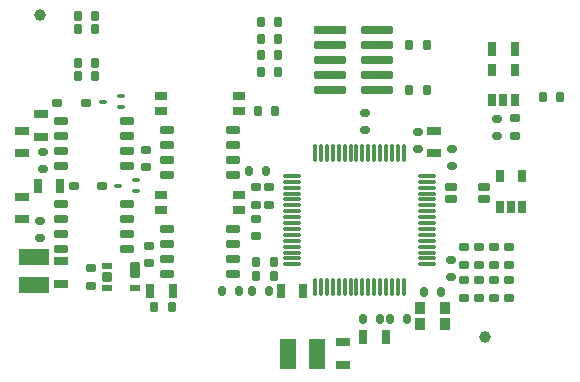
<source format=gtp>
G04*
G04 #@! TF.GenerationSoftware,Altium Limited,Altium Designer,22.3.1 (43)*
G04*
G04 Layer_Color=8421504*
%FSLAX25Y25*%
%MOIN*%
G70*
G04*
G04 #@! TF.SameCoordinates,35FA6D69-FF44-446E-9FC7-5F6B5C59AE10*
G04*
G04*
G04 #@! TF.FilePolarity,Positive*
G04*
G01*
G75*
G04:AMPARAMS|DCode=10|XSize=23.62mil|YSize=31.5mil|CornerRadius=3.54mil|HoleSize=0mil|Usage=FLASHONLY|Rotation=90.000|XOffset=0mil|YOffset=0mil|HoleType=Round|Shape=RoundedRectangle|*
%AMROUNDEDRECTD10*
21,1,0.02362,0.02441,0,0,90.0*
21,1,0.01654,0.03150,0,0,90.0*
1,1,0.00709,0.01221,0.00827*
1,1,0.00709,0.01221,-0.00827*
1,1,0.00709,-0.01221,-0.00827*
1,1,0.00709,-0.01221,0.00827*
%
%ADD10ROUNDEDRECTD10*%
G04:AMPARAMS|DCode=11|XSize=33.47mil|YSize=23.62mil|CornerRadius=2.36mil|HoleSize=0mil|Usage=FLASHONLY|Rotation=90.000|XOffset=0mil|YOffset=0mil|HoleType=Round|Shape=RoundedRectangle|*
%AMROUNDEDRECTD11*
21,1,0.03347,0.01890,0,0,90.0*
21,1,0.02874,0.02362,0,0,90.0*
1,1,0.00472,0.00945,0.01437*
1,1,0.00472,0.00945,-0.01437*
1,1,0.00472,-0.00945,-0.01437*
1,1,0.00472,-0.00945,0.01437*
%
%ADD11ROUNDEDRECTD11*%
G04:AMPARAMS|DCode=12|XSize=27.56mil|YSize=43.31mil|CornerRadius=4.13mil|HoleSize=0mil|Usage=FLASHONLY|Rotation=270.000|XOffset=0mil|YOffset=0mil|HoleType=Round|Shape=RoundedRectangle|*
%AMROUNDEDRECTD12*
21,1,0.02756,0.03504,0,0,270.0*
21,1,0.01929,0.04331,0,0,270.0*
1,1,0.00827,-0.01752,-0.00965*
1,1,0.00827,-0.01752,0.00965*
1,1,0.00827,0.01752,0.00965*
1,1,0.00827,0.01752,-0.00965*
%
%ADD12ROUNDEDRECTD12*%
G04:AMPARAMS|DCode=13|XSize=23.62mil|YSize=47.24mil|CornerRadius=3.54mil|HoleSize=0mil|Usage=FLASHONLY|Rotation=270.000|XOffset=0mil|YOffset=0mil|HoleType=Round|Shape=RoundedRectangle|*
%AMROUNDEDRECTD13*
21,1,0.02362,0.04016,0,0,270.0*
21,1,0.01654,0.04724,0,0,270.0*
1,1,0.00709,-0.02008,-0.00827*
1,1,0.00709,-0.02008,0.00827*
1,1,0.00709,0.02008,0.00827*
1,1,0.00709,0.02008,-0.00827*
%
%ADD13ROUNDEDRECTD13*%
G04:AMPARAMS|DCode=14|XSize=55.12mil|YSize=35.43mil|CornerRadius=5.32mil|HoleSize=0mil|Usage=FLASHONLY|Rotation=90.000|XOffset=0mil|YOffset=0mil|HoleType=Round|Shape=RoundedRectangle|*
%AMROUNDEDRECTD14*
21,1,0.05512,0.02480,0,0,90.0*
21,1,0.04449,0.03543,0,0,90.0*
1,1,0.01063,0.01240,0.02224*
1,1,0.01063,0.01240,-0.02224*
1,1,0.01063,-0.01240,-0.02224*
1,1,0.01063,-0.01240,0.02224*
%
%ADD14ROUNDEDRECTD14*%
G04:AMPARAMS|DCode=15|XSize=19.68mil|YSize=35.43mil|CornerRadius=2.95mil|HoleSize=0mil|Usage=FLASHONLY|Rotation=90.000|XOffset=0mil|YOffset=0mil|HoleType=Round|Shape=RoundedRectangle|*
%AMROUNDEDRECTD15*
21,1,0.01968,0.02953,0,0,90.0*
21,1,0.01378,0.03543,0,0,90.0*
1,1,0.00591,0.01476,0.00689*
1,1,0.00591,0.01476,-0.00689*
1,1,0.00591,-0.01476,-0.00689*
1,1,0.00591,-0.01476,0.00689*
%
%ADD15ROUNDEDRECTD15*%
G04:AMPARAMS|DCode=16|XSize=31.5mil|YSize=35.43mil|CornerRadius=4.72mil|HoleSize=0mil|Usage=FLASHONLY|Rotation=90.000|XOffset=0mil|YOffset=0mil|HoleType=Round|Shape=RoundedRectangle|*
%AMROUNDEDRECTD16*
21,1,0.03150,0.02598,0,0,90.0*
21,1,0.02205,0.03543,0,0,90.0*
1,1,0.00945,0.01299,0.01102*
1,1,0.00945,0.01299,-0.01102*
1,1,0.00945,-0.01299,-0.01102*
1,1,0.00945,-0.01299,0.01102*
%
%ADD16ROUNDEDRECTD16*%
G04:AMPARAMS|DCode=17|XSize=33.47mil|YSize=23.62mil|CornerRadius=2.36mil|HoleSize=0mil|Usage=FLASHONLY|Rotation=0.000|XOffset=0mil|YOffset=0mil|HoleType=Round|Shape=RoundedRectangle|*
%AMROUNDEDRECTD17*
21,1,0.03347,0.01890,0,0,0.0*
21,1,0.02874,0.02362,0,0,0.0*
1,1,0.00472,0.01437,-0.00945*
1,1,0.00472,-0.01437,-0.00945*
1,1,0.00472,-0.01437,0.00945*
1,1,0.00472,0.01437,0.00945*
%
%ADD17ROUNDEDRECTD17*%
G04:AMPARAMS|DCode=18|XSize=49.21mil|YSize=27.56mil|CornerRadius=2.76mil|HoleSize=0mil|Usage=FLASHONLY|Rotation=270.000|XOffset=0mil|YOffset=0mil|HoleType=Round|Shape=RoundedRectangle|*
%AMROUNDEDRECTD18*
21,1,0.04921,0.02205,0,0,270.0*
21,1,0.04370,0.02756,0,0,270.0*
1,1,0.00551,-0.01102,-0.02185*
1,1,0.00551,-0.01102,0.02185*
1,1,0.00551,0.01102,0.02185*
1,1,0.00551,0.01102,-0.02185*
%
%ADD18ROUNDEDRECTD18*%
G04:AMPARAMS|DCode=19|XSize=13.78mil|YSize=23.62mil|CornerRadius=2.07mil|HoleSize=0mil|Usage=FLASHONLY|Rotation=270.000|XOffset=0mil|YOffset=0mil|HoleType=Round|Shape=RoundedRectangle|*
%AMROUNDEDRECTD19*
21,1,0.01378,0.01949,0,0,270.0*
21,1,0.00965,0.02362,0,0,270.0*
1,1,0.00413,-0.00974,-0.00482*
1,1,0.00413,-0.00974,0.00482*
1,1,0.00413,0.00974,0.00482*
1,1,0.00413,0.00974,-0.00482*
%
%ADD19ROUNDEDRECTD19*%
G04:AMPARAMS|DCode=20|XSize=11.81mil|YSize=59.06mil|CornerRadius=2.95mil|HoleSize=0mil|Usage=FLASHONLY|Rotation=0.000|XOffset=0mil|YOffset=0mil|HoleType=Round|Shape=RoundedRectangle|*
%AMROUNDEDRECTD20*
21,1,0.01181,0.05315,0,0,0.0*
21,1,0.00591,0.05906,0,0,0.0*
1,1,0.00591,0.00295,-0.02657*
1,1,0.00591,-0.00295,-0.02657*
1,1,0.00591,-0.00295,0.02657*
1,1,0.00591,0.00295,0.02657*
%
%ADD20ROUNDEDRECTD20*%
G04:AMPARAMS|DCode=21|XSize=11.81mil|YSize=59.06mil|CornerRadius=2.95mil|HoleSize=0mil|Usage=FLASHONLY|Rotation=90.000|XOffset=0mil|YOffset=0mil|HoleType=Round|Shape=RoundedRectangle|*
%AMROUNDEDRECTD21*
21,1,0.01181,0.05315,0,0,90.0*
21,1,0.00591,0.05906,0,0,90.0*
1,1,0.00591,0.02657,0.00295*
1,1,0.00591,0.02657,-0.00295*
1,1,0.00591,-0.02657,-0.00295*
1,1,0.00591,-0.02657,0.00295*
%
%ADD21ROUNDEDRECTD21*%
G04:AMPARAMS|DCode=22|XSize=39.37mil|YSize=35.43mil|CornerRadius=3.54mil|HoleSize=0mil|Usage=FLASHONLY|Rotation=90.000|XOffset=0mil|YOffset=0mil|HoleType=Round|Shape=RoundedRectangle|*
%AMROUNDEDRECTD22*
21,1,0.03937,0.02835,0,0,90.0*
21,1,0.03228,0.03543,0,0,90.0*
1,1,0.00709,0.01417,0.01614*
1,1,0.00709,0.01417,-0.01614*
1,1,0.00709,-0.01417,-0.01614*
1,1,0.00709,-0.01417,0.01614*
%
%ADD22ROUNDEDRECTD22*%
G04:AMPARAMS|DCode=23|XSize=31.5mil|YSize=25.59mil|CornerRadius=6.4mil|HoleSize=0mil|Usage=FLASHONLY|Rotation=90.000|XOffset=0mil|YOffset=0mil|HoleType=Round|Shape=RoundedRectangle|*
%AMROUNDEDRECTD23*
21,1,0.03150,0.01280,0,0,90.0*
21,1,0.01870,0.02559,0,0,90.0*
1,1,0.01280,0.00640,0.00935*
1,1,0.01280,0.00640,-0.00935*
1,1,0.01280,-0.00640,-0.00935*
1,1,0.01280,-0.00640,0.00935*
%
%ADD23ROUNDEDRECTD23*%
G04:AMPARAMS|DCode=24|XSize=49.21mil|YSize=27.56mil|CornerRadius=2.76mil|HoleSize=0mil|Usage=FLASHONLY|Rotation=180.000|XOffset=0mil|YOffset=0mil|HoleType=Round|Shape=RoundedRectangle|*
%AMROUNDEDRECTD24*
21,1,0.04921,0.02205,0,0,180.0*
21,1,0.04370,0.02756,0,0,180.0*
1,1,0.00551,-0.02185,0.01102*
1,1,0.00551,0.02185,0.01102*
1,1,0.00551,0.02185,-0.01102*
1,1,0.00551,-0.02185,-0.01102*
%
%ADD24ROUNDEDRECTD24*%
G04:AMPARAMS|DCode=25|XSize=31.5mil|YSize=25.59mil|CornerRadius=6.4mil|HoleSize=0mil|Usage=FLASHONLY|Rotation=0.000|XOffset=0mil|YOffset=0mil|HoleType=Round|Shape=RoundedRectangle|*
%AMROUNDEDRECTD25*
21,1,0.03150,0.01280,0,0,0.0*
21,1,0.01870,0.02559,0,0,0.0*
1,1,0.01280,0.00935,-0.00640*
1,1,0.01280,-0.00935,-0.00640*
1,1,0.01280,-0.00935,0.00640*
1,1,0.01280,0.00935,0.00640*
%
%ADD25ROUNDEDRECTD25*%
%ADD26R,0.00787X0.00787*%
%ADD27C,0.03937*%
G04:AMPARAMS|DCode=28|XSize=23.62mil|YSize=43.31mil|CornerRadius=2.36mil|HoleSize=0mil|Usage=FLASHONLY|Rotation=180.000|XOffset=0mil|YOffset=0mil|HoleType=Round|Shape=RoundedRectangle|*
%AMROUNDEDRECTD28*
21,1,0.02362,0.03858,0,0,180.0*
21,1,0.01890,0.04331,0,0,180.0*
1,1,0.00472,-0.00945,0.01929*
1,1,0.00472,0.00945,0.01929*
1,1,0.00472,0.00945,-0.01929*
1,1,0.00472,-0.00945,-0.01929*
%
%ADD28ROUNDEDRECTD28*%
G04:AMPARAMS|DCode=29|XSize=43.31mil|YSize=23.62mil|CornerRadius=3.54mil|HoleSize=0mil|Usage=FLASHONLY|Rotation=180.000|XOffset=0mil|YOffset=0mil|HoleType=Round|Shape=RoundedRectangle|*
%AMROUNDEDRECTD29*
21,1,0.04331,0.01654,0,0,180.0*
21,1,0.03622,0.02362,0,0,180.0*
1,1,0.00709,-0.01811,0.00827*
1,1,0.00709,0.01811,0.00827*
1,1,0.00709,0.01811,-0.00827*
1,1,0.00709,-0.01811,-0.00827*
%
%ADD29ROUNDEDRECTD29*%
G04:AMPARAMS|DCode=30|XSize=55.12mil|YSize=102.36mil|CornerRadius=8.27mil|HoleSize=0mil|Usage=FLASHONLY|Rotation=180.000|XOffset=0mil|YOffset=0mil|HoleType=Round|Shape=RoundedRectangle|*
%AMROUNDEDRECTD30*
21,1,0.05512,0.08583,0,0,180.0*
21,1,0.03858,0.10236,0,0,180.0*
1,1,0.01654,-0.01929,0.04291*
1,1,0.01654,0.01929,0.04291*
1,1,0.01654,0.01929,-0.04291*
1,1,0.01654,-0.01929,-0.04291*
%
%ADD30ROUNDEDRECTD30*%
G04:AMPARAMS|DCode=31|XSize=55.12mil|YSize=102.36mil|CornerRadius=8.27mil|HoleSize=0mil|Usage=FLASHONLY|Rotation=90.000|XOffset=0mil|YOffset=0mil|HoleType=Round|Shape=RoundedRectangle|*
%AMROUNDEDRECTD31*
21,1,0.05512,0.08583,0,0,90.0*
21,1,0.03858,0.10236,0,0,90.0*
1,1,0.01654,0.04291,0.01929*
1,1,0.01654,0.04291,-0.01929*
1,1,0.01654,-0.04291,-0.01929*
1,1,0.01654,-0.04291,0.01929*
%
%ADD31ROUNDEDRECTD31*%
%ADD32R,0.10630X0.02756*%
G04:AMPARAMS|DCode=33|XSize=27.56mil|YSize=106.3mil|CornerRadius=4.13mil|HoleSize=0mil|Usage=FLASHONLY|Rotation=270.000|XOffset=0mil|YOffset=0mil|HoleType=Round|Shape=RoundedRectangle|*
%AMROUNDEDRECTD33*
21,1,0.02756,0.09803,0,0,270.0*
21,1,0.01929,0.10630,0,0,270.0*
1,1,0.00827,-0.04902,-0.00965*
1,1,0.00827,-0.04902,0.00965*
1,1,0.00827,0.04902,0.00965*
1,1,0.00827,0.04902,-0.00965*
%
%ADD33ROUNDEDRECTD33*%
D10*
X64224Y65500D02*
D03*
X54776D02*
D03*
X58724Y93000D02*
D03*
X49276D02*
D03*
D11*
X211047Y95000D02*
D03*
X216953D02*
D03*
X172453Y97500D02*
D03*
X166547D02*
D03*
X172453Y112500D02*
D03*
X166547D02*
D03*
X87453Y25000D02*
D03*
X81547D02*
D03*
X121953Y90500D02*
D03*
X116047D02*
D03*
X122953Y120000D02*
D03*
X117047D02*
D03*
Y114500D02*
D03*
X122953D02*
D03*
Y109000D02*
D03*
X117047D02*
D03*
Y103500D02*
D03*
X122953D02*
D03*
X115547Y35500D02*
D03*
X121453D02*
D03*
Y40000D02*
D03*
X115547D02*
D03*
X62008Y101969D02*
D03*
X56102D02*
D03*
X62008Y106299D02*
D03*
X56102D02*
D03*
X62008Y117717D02*
D03*
X56102D02*
D03*
X62008Y122047D02*
D03*
X56102D02*
D03*
D12*
X84008Y95500D02*
D03*
Y90500D02*
D03*
X109992Y95500D02*
D03*
Y90500D02*
D03*
Y57500D02*
D03*
Y62500D02*
D03*
X84008Y57500D02*
D03*
Y62500D02*
D03*
D13*
X85976Y84000D02*
D03*
Y79000D02*
D03*
Y74000D02*
D03*
Y69000D02*
D03*
X108024Y84000D02*
D03*
Y79000D02*
D03*
Y74000D02*
D03*
Y69000D02*
D03*
X72524Y72000D02*
D03*
Y77000D02*
D03*
Y82000D02*
D03*
Y87000D02*
D03*
X50476Y72000D02*
D03*
Y77000D02*
D03*
Y82000D02*
D03*
Y87000D02*
D03*
Y59500D02*
D03*
Y54500D02*
D03*
Y49500D02*
D03*
Y44500D02*
D03*
X72524Y59500D02*
D03*
Y54500D02*
D03*
Y49500D02*
D03*
Y44500D02*
D03*
X108024Y36000D02*
D03*
Y41000D02*
D03*
Y46000D02*
D03*
Y51000D02*
D03*
X85976Y36000D02*
D03*
Y41000D02*
D03*
Y46000D02*
D03*
Y51000D02*
D03*
D14*
X75224Y37362D02*
D03*
D15*
Y31260D02*
D03*
X65776D02*
D03*
Y38740D02*
D03*
D16*
Y35000D02*
D03*
D17*
X60500Y37953D02*
D03*
Y32047D02*
D03*
X80000Y45453D02*
D03*
Y39547D02*
D03*
X79000Y77453D02*
D03*
Y71547D02*
D03*
X115500Y48547D02*
D03*
Y54453D02*
D03*
Y64953D02*
D03*
Y59047D02*
D03*
X185000Y33953D02*
D03*
Y28047D02*
D03*
X190000D02*
D03*
Y33953D02*
D03*
X195000D02*
D03*
Y28047D02*
D03*
X200000D02*
D03*
Y33953D02*
D03*
X120000Y64953D02*
D03*
Y59047D02*
D03*
X200000Y44953D02*
D03*
Y39047D02*
D03*
X195000Y44953D02*
D03*
Y39047D02*
D03*
X190000Y44953D02*
D03*
Y39047D02*
D03*
X185000Y44953D02*
D03*
Y39047D02*
D03*
X202000Y87953D02*
D03*
Y82047D02*
D03*
D18*
X80260Y30500D02*
D03*
X87740D02*
D03*
X123760D02*
D03*
X131240D02*
D03*
X151260Y15000D02*
D03*
X158740D02*
D03*
X201740Y111000D02*
D03*
X194260D02*
D03*
X50240Y65500D02*
D03*
X42760D02*
D03*
D19*
X64547Y93500D02*
D03*
X70453Y95468D02*
D03*
Y91531D02*
D03*
X69547Y65500D02*
D03*
X75453Y67469D02*
D03*
Y63532D02*
D03*
D20*
X162795Y31559D02*
D03*
X164764D02*
D03*
X141142D02*
D03*
X135236D02*
D03*
X137205D02*
D03*
X139173D02*
D03*
X147047D02*
D03*
X143110D02*
D03*
X145079D02*
D03*
X149016D02*
D03*
X150984D02*
D03*
X152953D02*
D03*
X154921D02*
D03*
X156890D02*
D03*
X158858D02*
D03*
X160827D02*
D03*
X164764Y76441D02*
D03*
X162795D02*
D03*
X160827D02*
D03*
X158858D02*
D03*
X156890D02*
D03*
X154921D02*
D03*
X152953D02*
D03*
X150984D02*
D03*
X149016D02*
D03*
X147047D02*
D03*
X145079D02*
D03*
X143110D02*
D03*
X141142D02*
D03*
X139173D02*
D03*
X137205D02*
D03*
X135236D02*
D03*
D21*
X172441Y58921D02*
D03*
Y60890D02*
D03*
Y62858D02*
D03*
Y64827D02*
D03*
X127559Y68764D02*
D03*
Y66795D02*
D03*
Y64827D02*
D03*
Y62858D02*
D03*
Y60890D02*
D03*
Y58921D02*
D03*
Y56953D02*
D03*
Y54984D02*
D03*
Y53016D02*
D03*
Y51047D02*
D03*
Y49079D02*
D03*
Y47110D02*
D03*
Y45142D02*
D03*
Y43173D02*
D03*
Y41205D02*
D03*
Y39236D02*
D03*
X172441D02*
D03*
Y41205D02*
D03*
Y43173D02*
D03*
Y45142D02*
D03*
Y47110D02*
D03*
Y49079D02*
D03*
Y51047D02*
D03*
Y53016D02*
D03*
Y54984D02*
D03*
Y56953D02*
D03*
Y66795D02*
D03*
Y68764D02*
D03*
D22*
X178634Y24756D02*
D03*
Y19244D02*
D03*
X170366D02*
D03*
Y24756D02*
D03*
D23*
X171646Y30000D02*
D03*
X177354D02*
D03*
X156854Y21000D02*
D03*
X151146D02*
D03*
X114146Y30500D02*
D03*
X119854D02*
D03*
X113146Y70500D02*
D03*
X118854D02*
D03*
X104146Y30500D02*
D03*
X109854D02*
D03*
X165854Y21000D02*
D03*
X160146D02*
D03*
D24*
X175000Y76260D02*
D03*
Y83740D02*
D03*
X37500D02*
D03*
Y76260D02*
D03*
X50500Y40240D02*
D03*
Y32760D02*
D03*
X144500Y13240D02*
D03*
Y5760D02*
D03*
X37500Y61740D02*
D03*
Y54260D02*
D03*
X44000Y89240D02*
D03*
Y81760D02*
D03*
D25*
X152000Y84146D02*
D03*
Y89854D02*
D03*
X169500Y83354D02*
D03*
Y77646D02*
D03*
X180500Y35146D02*
D03*
Y40854D02*
D03*
X44500Y71146D02*
D03*
Y76854D02*
D03*
X43500Y53854D02*
D03*
Y48146D02*
D03*
X181000Y72146D02*
D03*
Y77854D02*
D03*
X196000Y82146D02*
D03*
Y87854D02*
D03*
D26*
X43500Y122500D02*
D03*
X192000Y15000D02*
D03*
D27*
X43500Y122500D02*
D03*
X192000Y15000D02*
D03*
D28*
X196760Y68618D02*
D03*
X204240D02*
D03*
Y58382D02*
D03*
X200500D02*
D03*
X196760D02*
D03*
X194260Y93882D02*
D03*
X198000D02*
D03*
X201740D02*
D03*
Y104118D02*
D03*
X194260D02*
D03*
D29*
X180488Y64969D02*
D03*
X191512D02*
D03*
Y61032D02*
D03*
X180488D02*
D03*
D30*
X135724Y9500D02*
D03*
X126276D02*
D03*
D31*
X41500Y32276D02*
D03*
Y41724D02*
D03*
D32*
X140126Y117460D02*
D03*
D33*
X155874D02*
D03*
X140126Y112460D02*
D03*
X155874D02*
D03*
X140126Y107460D02*
D03*
Y102460D02*
D03*
Y97460D02*
D03*
X155874Y107460D02*
D03*
Y102460D02*
D03*
Y97460D02*
D03*
M02*

</source>
